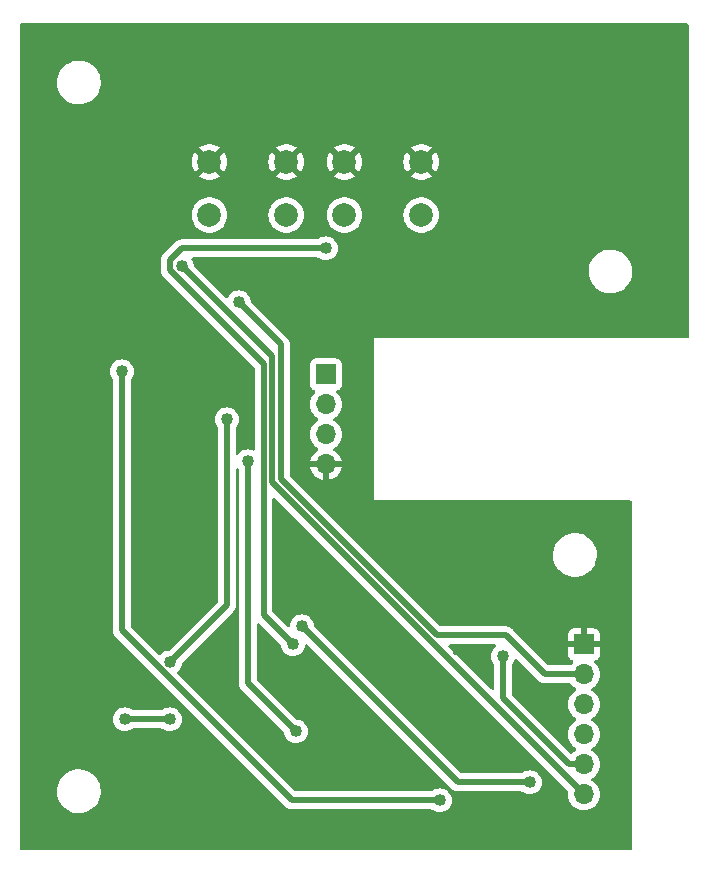
<source format=gbr>
%TF.GenerationSoftware,KiCad,Pcbnew,7.0.10*%
%TF.CreationDate,2024-03-01T12:14:43-06:00*%
%TF.ProjectId,ESP32,45535033-322e-46b6-9963-61645f706362,rev?*%
%TF.SameCoordinates,Original*%
%TF.FileFunction,Copper,L2,Bot*%
%TF.FilePolarity,Positive*%
%FSLAX46Y46*%
G04 Gerber Fmt 4.6, Leading zero omitted, Abs format (unit mm)*
G04 Created by KiCad (PCBNEW 7.0.10) date 2024-03-01 12:14:43*
%MOMM*%
%LPD*%
G01*
G04 APERTURE LIST*
%TA.AperFunction,ComponentPad*%
%ADD10R,1.700000X1.700000*%
%TD*%
%TA.AperFunction,ComponentPad*%
%ADD11O,1.700000X1.700000*%
%TD*%
%TA.AperFunction,ComponentPad*%
%ADD12C,2.000000*%
%TD*%
%TA.AperFunction,ViaPad*%
%ADD13C,1.016000*%
%TD*%
%TA.AperFunction,Conductor*%
%ADD14C,0.508000*%
%TD*%
G04 APERTURE END LIST*
D10*
%TO.P,USB_UART1,1,Pin_1*%
%TO.N,GND*%
X119888000Y-90170000D03*
D11*
%TO.P,USB_UART1,2,Pin_2*%
%TO.N,/RTS*%
X119888000Y-92710000D03*
%TO.P,USB_UART1,3,Pin_3*%
%TO.N,unconnected-(USB_UART1-Pin_3-Pad3)*%
X119888000Y-95250000D03*
%TO.P,USB_UART1,4,Pin_4*%
%TO.N,/RX*%
X119888000Y-97790000D03*
%TO.P,USB_UART1,5,Pin_5*%
%TO.N,/TX*%
X119888000Y-100330000D03*
%TO.P,USB_UART1,6,Pin_6*%
%TO.N,/DTR*%
X119888000Y-102870000D03*
%TD*%
D12*
%TO.P,SW2,1,1*%
%TO.N,GND*%
X88190000Y-49312000D03*
X94690000Y-49312000D03*
%TO.P,SW2,2,2*%
%TO.N,/GPIO0_STRAPPING*%
X88190000Y-53812000D03*
X94690000Y-53812000D03*
%TD*%
%TO.P,SW1,1,1*%
%TO.N,GND*%
X99620000Y-49312000D03*
X106120000Y-49312000D03*
%TO.P,SW1,2,2*%
%TO.N,/CHIP_PU*%
X99620000Y-53812000D03*
X106120000Y-53812000D03*
%TD*%
D10*
%TO.P,Nextion1,1,Pin_1*%
%TO.N,+5V*%
X98044000Y-67310000D03*
D11*
%TO.P,Nextion1,2,Pin_2*%
%TO.N,/LCD_TX*%
X98044000Y-69850000D03*
%TO.P,Nextion1,3,Pin_3*%
%TO.N,Net-(Nextion1-Pin_3)*%
X98044000Y-72390000D03*
%TO.P,Nextion1,4,Pin_4*%
%TO.N,GND*%
X98044000Y-74930000D03*
%TD*%
D13*
%TO.N,/CHIP_PU*%
X95250000Y-90170000D03*
X98044000Y-56642000D03*
%TO.N,GND*%
X84074000Y-51816000D03*
X85090000Y-103886000D03*
X115062000Y-59944000D03*
X106172000Y-46736000D03*
X116586000Y-96266000D03*
X121666000Y-50546000D03*
X100838000Y-88900000D03*
X85344000Y-67310000D03*
X84836000Y-43180000D03*
X85090000Y-89154000D03*
X95250000Y-46736000D03*
X84074000Y-81534000D03*
X77216000Y-85852000D03*
X102870000Y-100330000D03*
X109220000Y-90678000D03*
X75946000Y-67310000D03*
X96012000Y-94488000D03*
X107442000Y-94996000D03*
X91440000Y-101854000D03*
X103378000Y-59182000D03*
X98806000Y-60452000D03*
X89408000Y-94234000D03*
X75438000Y-93980000D03*
X116586000Y-88138000D03*
X110236000Y-82042000D03*
X121666000Y-40640000D03*
X85852000Y-98552000D03*
X75184000Y-55880000D03*
X102362000Y-38862000D03*
X118110000Y-105410000D03*
%TO.N,/GPIO0_STRAPPING*%
X107696000Y-103378000D03*
X80772000Y-67056000D03*
%TO.N,+3V3*%
X115316000Y-101854000D03*
X96012000Y-88646000D03*
%TO.N,Net-(JP1-C)*%
X81026000Y-96520000D03*
X84836000Y-96520000D03*
%TO.N,/RTS*%
X90678000Y-61214000D03*
%TO.N,Net-(Q1-C)*%
X84836000Y-91694000D03*
X89662000Y-71120000D03*
%TO.N,/DTR*%
X85852000Y-58166000D03*
%TO.N,/LCD_RX*%
X95504000Y-97536000D03*
X91440000Y-74676000D03*
%TO.N,/TX*%
X113030000Y-91186000D03*
%TD*%
D14*
%TO.N,/CHIP_PU*%
X85852000Y-56642000D02*
X98044000Y-56642000D01*
X92764000Y-87684000D02*
X92764000Y-66438474D01*
X92764000Y-66438474D02*
X84836000Y-58510474D01*
X95250000Y-90170000D02*
X92764000Y-87684000D01*
X84836000Y-57658000D02*
X85852000Y-56642000D01*
X84836000Y-58510474D02*
X84836000Y-57658000D01*
%TO.N,/GPIO0_STRAPPING*%
X80772000Y-67056000D02*
X80772000Y-88990474D01*
X80772000Y-88990474D02*
X95159526Y-103378000D01*
X95159526Y-103378000D02*
X107696000Y-103378000D01*
%TO.N,+3V3*%
X109220000Y-101854000D02*
X96012000Y-88646000D01*
X115316000Y-101854000D02*
X109220000Y-101854000D01*
%TO.N,Net-(JP1-C)*%
X81026000Y-96520000D02*
X84836000Y-96520000D01*
%TO.N,/RTS*%
X113284000Y-89408000D02*
X107442000Y-89408000D01*
X94234000Y-64770000D02*
X90678000Y-61214000D01*
X94234000Y-76200000D02*
X94234000Y-64770000D01*
X119888000Y-92710000D02*
X116586000Y-92710000D01*
X107442000Y-89408000D02*
X94234000Y-76200000D01*
X116586000Y-92710000D02*
X113284000Y-89408000D01*
%TO.N,Net-(Q1-C)*%
X89662000Y-86868000D02*
X84836000Y-91694000D01*
X89662000Y-71120000D02*
X89662000Y-86868000D01*
%TO.N,/DTR*%
X93472000Y-65786000D02*
X85852000Y-58166000D01*
X119888000Y-102870000D02*
X93472000Y-76454000D01*
X93472000Y-76454000D02*
X93472000Y-65786000D01*
%TO.N,/LCD_RX*%
X95504000Y-97536000D02*
X91440000Y-93472000D01*
X91440000Y-93472000D02*
X91440000Y-74676000D01*
%TO.N,/TX*%
X113030000Y-94742000D02*
X113030000Y-91186000D01*
X118618000Y-100330000D02*
X113030000Y-94742000D01*
X119888000Y-100330000D02*
X118618000Y-100330000D01*
%TD*%
%TA.AperFunction,Conductor*%
%TO.N,GND*%
G36*
X114174310Y-91375850D02*
G01*
X114209475Y-91400499D01*
X116007234Y-93198258D01*
X116019015Y-93211890D01*
X116033461Y-93231294D01*
X116071638Y-93263328D01*
X116079614Y-93270638D01*
X116083554Y-93274579D01*
X116108010Y-93293916D01*
X116110807Y-93296195D01*
X116168572Y-93344667D01*
X116174609Y-93348637D01*
X116174579Y-93348682D01*
X116181038Y-93352796D01*
X116181067Y-93352750D01*
X116187207Y-93356537D01*
X116187209Y-93356539D01*
X116255557Y-93388410D01*
X116258775Y-93389968D01*
X116312669Y-93417034D01*
X116326189Y-93423824D01*
X116326191Y-93423824D01*
X116332979Y-93426295D01*
X116332960Y-93426347D01*
X116340188Y-93428859D01*
X116340206Y-93428808D01*
X116347055Y-93431077D01*
X116347056Y-93431077D01*
X116347060Y-93431079D01*
X116420972Y-93446339D01*
X116424419Y-93447104D01*
X116497812Y-93464500D01*
X116497813Y-93464500D01*
X116497817Y-93464501D01*
X116504985Y-93465339D01*
X116504978Y-93465392D01*
X116512594Y-93466170D01*
X116512599Y-93466117D01*
X116519788Y-93466746D01*
X116519792Y-93466745D01*
X116519793Y-93466746D01*
X116595179Y-93464551D01*
X116598786Y-93464500D01*
X118703099Y-93464500D01*
X118770138Y-93484185D01*
X118804674Y-93517376D01*
X118849505Y-93581401D01*
X118849506Y-93581402D01*
X119016597Y-93748493D01*
X119016603Y-93748498D01*
X119202158Y-93878425D01*
X119245783Y-93933002D01*
X119252977Y-94002500D01*
X119221454Y-94064855D01*
X119202158Y-94081575D01*
X119016597Y-94211505D01*
X118849505Y-94378597D01*
X118713965Y-94572169D01*
X118713964Y-94572171D01*
X118614098Y-94786335D01*
X118614094Y-94786344D01*
X118552938Y-95014586D01*
X118552936Y-95014596D01*
X118532341Y-95249999D01*
X118532341Y-95250000D01*
X118552936Y-95485403D01*
X118552938Y-95485413D01*
X118614094Y-95713655D01*
X118614096Y-95713659D01*
X118614097Y-95713663D01*
X118638269Y-95765500D01*
X118713965Y-95927830D01*
X118713967Y-95927834D01*
X118849501Y-96121395D01*
X118849506Y-96121402D01*
X119016597Y-96288493D01*
X119016603Y-96288498D01*
X119202158Y-96418425D01*
X119245783Y-96473002D01*
X119252977Y-96542500D01*
X119221454Y-96604855D01*
X119202158Y-96621575D01*
X119016597Y-96751505D01*
X118849505Y-96918597D01*
X118713965Y-97112169D01*
X118713964Y-97112171D01*
X118614098Y-97326335D01*
X118614094Y-97326344D01*
X118552938Y-97554586D01*
X118552936Y-97554596D01*
X118532341Y-97789999D01*
X118532341Y-97790000D01*
X118552936Y-98025403D01*
X118552938Y-98025413D01*
X118614094Y-98253655D01*
X118614096Y-98253659D01*
X118614097Y-98253663D01*
X118713965Y-98467830D01*
X118713967Y-98467834D01*
X118849501Y-98661395D01*
X118849506Y-98661402D01*
X119016597Y-98828493D01*
X119016603Y-98828498D01*
X119202158Y-98958425D01*
X119245783Y-99013002D01*
X119252977Y-99082500D01*
X119221454Y-99144855D01*
X119202158Y-99161575D01*
X119016600Y-99291503D01*
X118919244Y-99388859D01*
X118857920Y-99422343D01*
X118788229Y-99417359D01*
X118743882Y-99388858D01*
X113820819Y-94465795D01*
X113787334Y-94404472D01*
X113784500Y-94378114D01*
X113784500Y-91900715D01*
X113804185Y-91833676D01*
X113812639Y-91822058D01*
X113872595Y-91749004D01*
X113966241Y-91573804D01*
X114003134Y-91452183D01*
X114041431Y-91393746D01*
X114105243Y-91365290D01*
X114174310Y-91375850D01*
G37*
%TD.AperFunction*%
%TA.AperFunction,Conductor*%
G36*
X112407911Y-90182185D02*
G01*
X112453666Y-90234989D01*
X112463610Y-90304147D01*
X112434585Y-90367703D01*
X112419537Y-90382353D01*
X112313431Y-90469431D01*
X112187405Y-90622994D01*
X112187401Y-90623001D01*
X112093760Y-90798191D01*
X112036091Y-90988300D01*
X112016620Y-91186000D01*
X112036091Y-91383699D01*
X112093760Y-91573808D01*
X112187401Y-91748998D01*
X112187402Y-91748999D01*
X112187405Y-91749004D01*
X112247353Y-91822051D01*
X112274666Y-91886359D01*
X112275500Y-91900715D01*
X112275500Y-93891114D01*
X112255815Y-93958153D01*
X112203011Y-94003908D01*
X112133853Y-94013852D01*
X112070297Y-93984827D01*
X112063819Y-93978795D01*
X108459205Y-90374181D01*
X108425720Y-90312858D01*
X108430704Y-90243166D01*
X108472576Y-90187233D01*
X108538040Y-90162816D01*
X108546886Y-90162500D01*
X112340872Y-90162500D01*
X112407911Y-90182185D01*
G37*
%TD.AperFunction*%
%TA.AperFunction,Conductor*%
G36*
X128692539Y-37612185D02*
G01*
X128738294Y-37664989D01*
X128749500Y-37716500D01*
X128749500Y-64137500D01*
X128729815Y-64204539D01*
X128677011Y-64250294D01*
X128625500Y-64261500D01*
X102132760Y-64261500D01*
X102132554Y-64261459D01*
X102107998Y-64261459D01*
X102107807Y-64261538D01*
X102107619Y-64261615D01*
X102107615Y-64261618D01*
X102107459Y-64261999D01*
X102107476Y-64286616D01*
X102107471Y-64286616D01*
X102107500Y-64286759D01*
X102107500Y-77953467D01*
X102107416Y-77953889D01*
X102107459Y-77978000D01*
X102107500Y-77978099D01*
X102107617Y-77978383D01*
X102107618Y-77978384D01*
X102107808Y-77978462D01*
X102108000Y-77978541D01*
X102108002Y-77978539D01*
X102132616Y-77978524D01*
X102132616Y-77978528D01*
X102132760Y-77978500D01*
X123827500Y-77978500D01*
X123894539Y-77998185D01*
X123940294Y-78050989D01*
X123951500Y-78102500D01*
X123951500Y-107467500D01*
X123931815Y-107534539D01*
X123879011Y-107580294D01*
X123827500Y-107591500D01*
X72260500Y-107591500D01*
X72193461Y-107571815D01*
X72147706Y-107519011D01*
X72136500Y-107467500D01*
X72136500Y-102659763D01*
X75281787Y-102659763D01*
X75311413Y-102929013D01*
X75311415Y-102929024D01*
X75379926Y-103191082D01*
X75379928Y-103191088D01*
X75485870Y-103440390D01*
X75626979Y-103671605D01*
X75626986Y-103671615D01*
X75800253Y-103879819D01*
X75800259Y-103879824D01*
X75952950Y-104016635D01*
X76001998Y-104060582D01*
X76227910Y-104210044D01*
X76473176Y-104325020D01*
X76473183Y-104325022D01*
X76473185Y-104325023D01*
X76732557Y-104403057D01*
X76732564Y-104403058D01*
X76732569Y-104403060D01*
X77000561Y-104442500D01*
X77000566Y-104442500D01*
X77203629Y-104442500D01*
X77203631Y-104442500D01*
X77203636Y-104442499D01*
X77203648Y-104442499D01*
X77241191Y-104439750D01*
X77406156Y-104427677D01*
X77518758Y-104402593D01*
X77670546Y-104368782D01*
X77670548Y-104368781D01*
X77670553Y-104368780D01*
X77923558Y-104272014D01*
X78159777Y-104139441D01*
X78374177Y-103973888D01*
X78562186Y-103778881D01*
X78719799Y-103558579D01*
X78835436Y-103333664D01*
X78843649Y-103317690D01*
X78843651Y-103317684D01*
X78843656Y-103317675D01*
X78931118Y-103061305D01*
X78980319Y-102794933D01*
X78990212Y-102524235D01*
X78960586Y-102254982D01*
X78892072Y-101992912D01*
X78786130Y-101743610D01*
X78645018Y-101512390D01*
X78555747Y-101405119D01*
X78471746Y-101304180D01*
X78471740Y-101304175D01*
X78270002Y-101123418D01*
X78044092Y-100973957D01*
X78044090Y-100973956D01*
X77798824Y-100858980D01*
X77798819Y-100858978D01*
X77798814Y-100858976D01*
X77539442Y-100780942D01*
X77539428Y-100780939D01*
X77423791Y-100763921D01*
X77271439Y-100741500D01*
X77068369Y-100741500D01*
X77068351Y-100741500D01*
X76865844Y-100756323D01*
X76865831Y-100756325D01*
X76601453Y-100815217D01*
X76601446Y-100815220D01*
X76348439Y-100911987D01*
X76112226Y-101044557D01*
X76112224Y-101044558D01*
X76112223Y-101044559D01*
X76066565Y-101079815D01*
X75897822Y-101210112D01*
X75709822Y-101405109D01*
X75709816Y-101405116D01*
X75552202Y-101625419D01*
X75552199Y-101625424D01*
X75428350Y-101866309D01*
X75428343Y-101866327D01*
X75340884Y-102122685D01*
X75340881Y-102122699D01*
X75291681Y-102389068D01*
X75291680Y-102389075D01*
X75281787Y-102659763D01*
X72136500Y-102659763D01*
X72136500Y-96520000D01*
X80012620Y-96520000D01*
X80032091Y-96717699D01*
X80089760Y-96907808D01*
X80183401Y-97082998D01*
X80183405Y-97083005D01*
X80309431Y-97236568D01*
X80462994Y-97362594D01*
X80463001Y-97362598D01*
X80638191Y-97456239D01*
X80638193Y-97456239D01*
X80638196Y-97456241D01*
X80828299Y-97513908D01*
X80828298Y-97513908D01*
X80846024Y-97515653D01*
X81026000Y-97533380D01*
X81223701Y-97513908D01*
X81413804Y-97456241D01*
X81589004Y-97362595D01*
X81633176Y-97326344D01*
X81662051Y-97302647D01*
X81726361Y-97275334D01*
X81740716Y-97274500D01*
X84121284Y-97274500D01*
X84188323Y-97294185D01*
X84199949Y-97302647D01*
X84272994Y-97362594D01*
X84273001Y-97362598D01*
X84448191Y-97456239D01*
X84448193Y-97456239D01*
X84448196Y-97456241D01*
X84638299Y-97513908D01*
X84638298Y-97513908D01*
X84656024Y-97515653D01*
X84836000Y-97533380D01*
X85033701Y-97513908D01*
X85223804Y-97456241D01*
X85399004Y-97362595D01*
X85552568Y-97236568D01*
X85678595Y-97083004D01*
X85772241Y-96907804D01*
X85829908Y-96717701D01*
X85849380Y-96520000D01*
X85829908Y-96322299D01*
X85772241Y-96132196D01*
X85772239Y-96132193D01*
X85772239Y-96132191D01*
X85678598Y-95957001D01*
X85678594Y-95956994D01*
X85552568Y-95803431D01*
X85399005Y-95677405D01*
X85398998Y-95677401D01*
X85223808Y-95583760D01*
X85128752Y-95554925D01*
X85033701Y-95526092D01*
X85033699Y-95526091D01*
X85033701Y-95526091D01*
X84836000Y-95506620D01*
X84638300Y-95526091D01*
X84448191Y-95583760D01*
X84273001Y-95677401D01*
X84272994Y-95677405D01*
X84199949Y-95737353D01*
X84135639Y-95764666D01*
X84121284Y-95765500D01*
X81740716Y-95765500D01*
X81673677Y-95745815D01*
X81662051Y-95737353D01*
X81589005Y-95677405D01*
X81588998Y-95677401D01*
X81413808Y-95583760D01*
X81318752Y-95554925D01*
X81223701Y-95526092D01*
X81223699Y-95526091D01*
X81223701Y-95526091D01*
X81026000Y-95506620D01*
X80828300Y-95526091D01*
X80638191Y-95583760D01*
X80463001Y-95677401D01*
X80462994Y-95677405D01*
X80309431Y-95803431D01*
X80183405Y-95956994D01*
X80183401Y-95957001D01*
X80089760Y-96132191D01*
X80032091Y-96322300D01*
X80012620Y-96520000D01*
X72136500Y-96520000D01*
X72136500Y-67056000D01*
X79758620Y-67056000D01*
X79778091Y-67253699D01*
X79835760Y-67443808D01*
X79929401Y-67618998D01*
X79929402Y-67618999D01*
X79929405Y-67619004D01*
X79989353Y-67692051D01*
X80016666Y-67756359D01*
X80017500Y-67770715D01*
X80017500Y-88926474D01*
X80016191Y-88944443D01*
X80012684Y-88968382D01*
X80017028Y-89018019D01*
X80017500Y-89028828D01*
X80017500Y-89034420D01*
X80021116Y-89065359D01*
X80021482Y-89068944D01*
X80028056Y-89144084D01*
X80029516Y-89151151D01*
X80029464Y-89151161D01*
X80031123Y-89158641D01*
X80031174Y-89158629D01*
X80032840Y-89165659D01*
X80058621Y-89236494D01*
X80059804Y-89239897D01*
X80083533Y-89311503D01*
X80086586Y-89318049D01*
X80086536Y-89318072D01*
X80089876Y-89324971D01*
X80089925Y-89324947D01*
X80093167Y-89331404D01*
X80134613Y-89394420D01*
X80136550Y-89397460D01*
X80176131Y-89461630D01*
X80180611Y-89467296D01*
X80180569Y-89467329D01*
X80185401Y-89473260D01*
X80185443Y-89473226D01*
X80190088Y-89478762D01*
X80244938Y-89530510D01*
X80247525Y-89533023D01*
X94580760Y-103866258D01*
X94592542Y-103879891D01*
X94606987Y-103899294D01*
X94645160Y-103931325D01*
X94653135Y-103938633D01*
X94657083Y-103942581D01*
X94657091Y-103942588D01*
X94681534Y-103961917D01*
X94684326Y-103964191D01*
X94742095Y-104012664D01*
X94742099Y-104012667D01*
X94742101Y-104012668D01*
X94748133Y-104016635D01*
X94748102Y-104016680D01*
X94754564Y-104020797D01*
X94754593Y-104020751D01*
X94760729Y-104024536D01*
X94760731Y-104024537D01*
X94760734Y-104024539D01*
X94829123Y-104056429D01*
X94832305Y-104057969D01*
X94899715Y-104091824D01*
X94899720Y-104091825D01*
X94906505Y-104094295D01*
X94906486Y-104094347D01*
X94913714Y-104096859D01*
X94913732Y-104096808D01*
X94920582Y-104099078D01*
X94920585Y-104099078D01*
X94920586Y-104099079D01*
X94994519Y-104114344D01*
X94997880Y-104115089D01*
X95071338Y-104132500D01*
X95071344Y-104132500D01*
X95078511Y-104133338D01*
X95078504Y-104133391D01*
X95086121Y-104134169D01*
X95086126Y-104134116D01*
X95093315Y-104134745D01*
X95093318Y-104134744D01*
X95093319Y-104134745D01*
X95152593Y-104133020D01*
X95168687Y-104132552D01*
X95172293Y-104132500D01*
X106981284Y-104132500D01*
X107048323Y-104152185D01*
X107059949Y-104160647D01*
X107132994Y-104220594D01*
X107133001Y-104220598D01*
X107308191Y-104314239D01*
X107308193Y-104314239D01*
X107308196Y-104314241D01*
X107498299Y-104371908D01*
X107498298Y-104371908D01*
X107516024Y-104373653D01*
X107696000Y-104391380D01*
X107893701Y-104371908D01*
X108083804Y-104314241D01*
X108259004Y-104220595D01*
X108412568Y-104094568D01*
X108538595Y-103941004D01*
X108594782Y-103835884D01*
X108632239Y-103765808D01*
X108632239Y-103765807D01*
X108632241Y-103765804D01*
X108689908Y-103575701D01*
X108709380Y-103378000D01*
X108689908Y-103180299D01*
X108632241Y-102990196D01*
X108632239Y-102990193D01*
X108632239Y-102990191D01*
X108538598Y-102815001D01*
X108538594Y-102814994D01*
X108412568Y-102661431D01*
X108259005Y-102535405D01*
X108258998Y-102535401D01*
X108083808Y-102441760D01*
X107967026Y-102406335D01*
X107893701Y-102384092D01*
X107893699Y-102384091D01*
X107893701Y-102384091D01*
X107696000Y-102364620D01*
X107498300Y-102384091D01*
X107308191Y-102441760D01*
X107133001Y-102535401D01*
X107132994Y-102535405D01*
X107059949Y-102595353D01*
X106995639Y-102622666D01*
X106981284Y-102623500D01*
X95523412Y-102623500D01*
X95456373Y-102603815D01*
X95435731Y-102587181D01*
X85488133Y-92639583D01*
X85454648Y-92578260D01*
X85459632Y-92508568D01*
X85497149Y-92456049D01*
X85552568Y-92410568D01*
X85678595Y-92257004D01*
X85772241Y-92081804D01*
X85829908Y-91891701D01*
X85839170Y-91797657D01*
X85865330Y-91732870D01*
X85874883Y-91722139D01*
X90150264Y-87446758D01*
X90163883Y-87434988D01*
X90183294Y-87420539D01*
X90215334Y-87382354D01*
X90222623Y-87374399D01*
X90226583Y-87370441D01*
X90245927Y-87345974D01*
X90248161Y-87343232D01*
X90296667Y-87285427D01*
X90296671Y-87285418D01*
X90300637Y-87279390D01*
X90300683Y-87279420D01*
X90304795Y-87272965D01*
X90304748Y-87272936D01*
X90308532Y-87266799D01*
X90308539Y-87266791D01*
X90340417Y-87198428D01*
X90341972Y-87195214D01*
X90375824Y-87127811D01*
X90375826Y-87127798D01*
X90378293Y-87121024D01*
X90378346Y-87121043D01*
X90380858Y-87113815D01*
X90380807Y-87113798D01*
X90383077Y-87106945D01*
X90383077Y-87106943D01*
X90383079Y-87106940D01*
X90398345Y-87033001D01*
X90399097Y-87029610D01*
X90416500Y-86956188D01*
X90416500Y-86956181D01*
X90417338Y-86949015D01*
X90417392Y-86949021D01*
X90418170Y-86941405D01*
X90418117Y-86941401D01*
X90418746Y-86934210D01*
X90416552Y-86858804D01*
X90416500Y-86855198D01*
X90416500Y-75365127D01*
X90436185Y-75298088D01*
X90488989Y-75252333D01*
X90558147Y-75242389D01*
X90621703Y-75271414D01*
X90636352Y-75286461D01*
X90657352Y-75312049D01*
X90684666Y-75376359D01*
X90685500Y-75390715D01*
X90685500Y-93408000D01*
X90684191Y-93425969D01*
X90680684Y-93449908D01*
X90685028Y-93499545D01*
X90685500Y-93510354D01*
X90685500Y-93515946D01*
X90689116Y-93546885D01*
X90689482Y-93550470D01*
X90696056Y-93625610D01*
X90697516Y-93632677D01*
X90697464Y-93632687D01*
X90699123Y-93640167D01*
X90699174Y-93640155D01*
X90700840Y-93647185D01*
X90726621Y-93718020D01*
X90727804Y-93721423D01*
X90751533Y-93793029D01*
X90754586Y-93799575D01*
X90754536Y-93799598D01*
X90757876Y-93806497D01*
X90757925Y-93806473D01*
X90761167Y-93812930D01*
X90802613Y-93875946D01*
X90804550Y-93878986D01*
X90844131Y-93943156D01*
X90848611Y-93948822D01*
X90848569Y-93948855D01*
X90853401Y-93954786D01*
X90853443Y-93954752D01*
X90858088Y-93960288D01*
X90912938Y-94012036D01*
X90915525Y-94014549D01*
X94465106Y-97564130D01*
X94498591Y-97625453D01*
X94500828Y-97639655D01*
X94510091Y-97733699D01*
X94567760Y-97923808D01*
X94661401Y-98098998D01*
X94661405Y-98099005D01*
X94787431Y-98252568D01*
X94940994Y-98378594D01*
X94941001Y-98378598D01*
X95116191Y-98472239D01*
X95116193Y-98472239D01*
X95116196Y-98472241D01*
X95306299Y-98529908D01*
X95306298Y-98529908D01*
X95324024Y-98531653D01*
X95504000Y-98549380D01*
X95701701Y-98529908D01*
X95891804Y-98472241D01*
X95900057Y-98467830D01*
X96066998Y-98378598D01*
X96067004Y-98378595D01*
X96220568Y-98252568D01*
X96346595Y-98099004D01*
X96440241Y-97923804D01*
X96497908Y-97733701D01*
X96517380Y-97536000D01*
X96497908Y-97338299D01*
X96440241Y-97148196D01*
X96440239Y-97148193D01*
X96440239Y-97148191D01*
X96346598Y-96973001D01*
X96346594Y-96972994D01*
X96220568Y-96819431D01*
X96067005Y-96693405D01*
X96066998Y-96693401D01*
X95891808Y-96599760D01*
X95701699Y-96542091D01*
X95607655Y-96532828D01*
X95542868Y-96506666D01*
X95532130Y-96497106D01*
X92230819Y-93195795D01*
X92197334Y-93134472D01*
X92194500Y-93108114D01*
X92194500Y-88480886D01*
X92214185Y-88413847D01*
X92266989Y-88368092D01*
X92336147Y-88358148D01*
X92399703Y-88387173D01*
X92406181Y-88393205D01*
X94211106Y-90198130D01*
X94244591Y-90259453D01*
X94246828Y-90273655D01*
X94256091Y-90367699D01*
X94313760Y-90557808D01*
X94407401Y-90732998D01*
X94407405Y-90733005D01*
X94533431Y-90886568D01*
X94686994Y-91012594D01*
X94687001Y-91012598D01*
X94862191Y-91106239D01*
X94862193Y-91106239D01*
X94862196Y-91106241D01*
X95052299Y-91163908D01*
X95052298Y-91163908D01*
X95070024Y-91165653D01*
X95250000Y-91183380D01*
X95447701Y-91163908D01*
X95637804Y-91106241D01*
X95813004Y-91012595D01*
X95966568Y-90886568D01*
X96092595Y-90733004D01*
X96186241Y-90557804D01*
X96243908Y-90367701D01*
X96256116Y-90243750D01*
X96282277Y-90178964D01*
X96339311Y-90138605D01*
X96409111Y-90135488D01*
X96467200Y-90168224D01*
X108641234Y-102342258D01*
X108653015Y-102355890D01*
X108667461Y-102375294D01*
X108705638Y-102407328D01*
X108713614Y-102414638D01*
X108717554Y-102418579D01*
X108742010Y-102437916D01*
X108744807Y-102440195D01*
X108802572Y-102488667D01*
X108808609Y-102492637D01*
X108808579Y-102492682D01*
X108815038Y-102496796D01*
X108815067Y-102496750D01*
X108821207Y-102500537D01*
X108821209Y-102500539D01*
X108889557Y-102532410D01*
X108892775Y-102533968D01*
X108951975Y-102563699D01*
X108960189Y-102567824D01*
X108960191Y-102567824D01*
X108966979Y-102570295D01*
X108966960Y-102570347D01*
X108974185Y-102572858D01*
X108974203Y-102572807D01*
X108981055Y-102575077D01*
X108981056Y-102575077D01*
X108981060Y-102575079D01*
X109055003Y-102590346D01*
X109058410Y-102591102D01*
X109131812Y-102608500D01*
X109131815Y-102608500D01*
X109138986Y-102609339D01*
X109138979Y-102609392D01*
X109146594Y-102610170D01*
X109146599Y-102610117D01*
X109153789Y-102610746D01*
X109153793Y-102610745D01*
X109153794Y-102610746D01*
X109215827Y-102608940D01*
X109229196Y-102608552D01*
X109232802Y-102608500D01*
X114601284Y-102608500D01*
X114668323Y-102628185D01*
X114679949Y-102636647D01*
X114752994Y-102696594D01*
X114753001Y-102696598D01*
X114928191Y-102790239D01*
X114928193Y-102790239D01*
X114928196Y-102790241D01*
X115118299Y-102847908D01*
X115118298Y-102847908D01*
X115136024Y-102849653D01*
X115316000Y-102867380D01*
X115513701Y-102847908D01*
X115703804Y-102790241D01*
X115879004Y-102696595D01*
X116032568Y-102570568D01*
X116158595Y-102417004D01*
X116252241Y-102241804D01*
X116309908Y-102051701D01*
X116329380Y-101854000D01*
X116309908Y-101656299D01*
X116252241Y-101466196D01*
X116252239Y-101466193D01*
X116252239Y-101466191D01*
X116158598Y-101291001D01*
X116158594Y-101290994D01*
X116032568Y-101137431D01*
X115879005Y-101011405D01*
X115878998Y-101011401D01*
X115703808Y-100917760D01*
X115608752Y-100888925D01*
X115513701Y-100860092D01*
X115513699Y-100860091D01*
X115513701Y-100860091D01*
X115316000Y-100840620D01*
X115118300Y-100860091D01*
X114928191Y-100917760D01*
X114753001Y-101011401D01*
X114752994Y-101011405D01*
X114679949Y-101071353D01*
X114615639Y-101098666D01*
X114601284Y-101099500D01*
X109583887Y-101099500D01*
X109516848Y-101079815D01*
X109496206Y-101063181D01*
X97050892Y-88617868D01*
X97017407Y-88556545D01*
X97015170Y-88542341D01*
X97009117Y-88480886D01*
X97005908Y-88448299D01*
X96948241Y-88258196D01*
X96948239Y-88258193D01*
X96948239Y-88258191D01*
X96854598Y-88083001D01*
X96854594Y-88082994D01*
X96728568Y-87929431D01*
X96575005Y-87803405D01*
X96574998Y-87803401D01*
X96399808Y-87709760D01*
X96304752Y-87680925D01*
X96209701Y-87652092D01*
X96209699Y-87652091D01*
X96209701Y-87652091D01*
X96012000Y-87632620D01*
X95814300Y-87652091D01*
X95624191Y-87709760D01*
X95449001Y-87803401D01*
X95448994Y-87803405D01*
X95295431Y-87929431D01*
X95169405Y-88082994D01*
X95169401Y-88083001D01*
X95075760Y-88258191D01*
X95018091Y-88448300D01*
X95005883Y-88572249D01*
X94979722Y-88637036D01*
X94922687Y-88677395D01*
X94852887Y-88680511D01*
X94794799Y-88647775D01*
X93554819Y-87407795D01*
X93521334Y-87346472D01*
X93518500Y-87320114D01*
X93518500Y-77866886D01*
X93538185Y-77799847D01*
X93590989Y-77754092D01*
X93660147Y-77744148D01*
X93723703Y-77773173D01*
X93730181Y-77779205D01*
X118514675Y-102563699D01*
X118548160Y-102625022D01*
X118550522Y-102662187D01*
X118532341Y-102869997D01*
X118532341Y-102870000D01*
X118552936Y-103105403D01*
X118552938Y-103105413D01*
X118614094Y-103333655D01*
X118614096Y-103333659D01*
X118614097Y-103333663D01*
X118663865Y-103440390D01*
X118713965Y-103547830D01*
X118713967Y-103547834D01*
X118800633Y-103671605D01*
X118849505Y-103741401D01*
X119016599Y-103908495D01*
X119096141Y-103964191D01*
X119210165Y-104044032D01*
X119210167Y-104044033D01*
X119210170Y-104044035D01*
X119424337Y-104143903D01*
X119652592Y-104205063D01*
X119830108Y-104220594D01*
X119887999Y-104225659D01*
X119888000Y-104225659D01*
X119888001Y-104225659D01*
X119945880Y-104220595D01*
X120123408Y-104205063D01*
X120351663Y-104143903D01*
X120565830Y-104044035D01*
X120759401Y-103908495D01*
X120926495Y-103741401D01*
X121062035Y-103547830D01*
X121161903Y-103333663D01*
X121223063Y-103105408D01*
X121243659Y-102870000D01*
X121223063Y-102634592D01*
X121170662Y-102439027D01*
X121161905Y-102406344D01*
X121161904Y-102406343D01*
X121161903Y-102406337D01*
X121062035Y-102192171D01*
X121013391Y-102122699D01*
X120926494Y-101998597D01*
X120759402Y-101831506D01*
X120759396Y-101831501D01*
X120573842Y-101701575D01*
X120530217Y-101646998D01*
X120523023Y-101577500D01*
X120554546Y-101515145D01*
X120573842Y-101498425D01*
X120619877Y-101466191D01*
X120759401Y-101368495D01*
X120926495Y-101201401D01*
X121062035Y-101007830D01*
X121161903Y-100793663D01*
X121223063Y-100565408D01*
X121243659Y-100330000D01*
X121223063Y-100094592D01*
X121161903Y-99866337D01*
X121062035Y-99652171D01*
X120941273Y-99479703D01*
X120926494Y-99458597D01*
X120759402Y-99291506D01*
X120759396Y-99291501D01*
X120573842Y-99161575D01*
X120530217Y-99106998D01*
X120523023Y-99037500D01*
X120554546Y-98975145D01*
X120573842Y-98958425D01*
X120596026Y-98942891D01*
X120759401Y-98828495D01*
X120926495Y-98661401D01*
X121062035Y-98467830D01*
X121161903Y-98253663D01*
X121223063Y-98025408D01*
X121243659Y-97790000D01*
X121223063Y-97554592D01*
X121171618Y-97362594D01*
X121161905Y-97326344D01*
X121161904Y-97326343D01*
X121161903Y-97326337D01*
X121062035Y-97112171D01*
X121041613Y-97083004D01*
X120926494Y-96918597D01*
X120759402Y-96751506D01*
X120759396Y-96751501D01*
X120573842Y-96621575D01*
X120530217Y-96566998D01*
X120523023Y-96497500D01*
X120554546Y-96435145D01*
X120573842Y-96418425D01*
X120596026Y-96402891D01*
X120759401Y-96288495D01*
X120926495Y-96121401D01*
X121062035Y-95927830D01*
X121161903Y-95713663D01*
X121223063Y-95485408D01*
X121243659Y-95250000D01*
X121223063Y-95014592D01*
X121161903Y-94786337D01*
X121062035Y-94572171D01*
X120962120Y-94429476D01*
X120926494Y-94378597D01*
X120759402Y-94211506D01*
X120759396Y-94211501D01*
X120573842Y-94081575D01*
X120530217Y-94026998D01*
X120523023Y-93957500D01*
X120554546Y-93895145D01*
X120573842Y-93878425D01*
X120667387Y-93812924D01*
X120759401Y-93748495D01*
X120926495Y-93581401D01*
X121062035Y-93387830D01*
X121161903Y-93173663D01*
X121223063Y-92945408D01*
X121243659Y-92710000D01*
X121223063Y-92474592D01*
X121176626Y-92301285D01*
X121161905Y-92246344D01*
X121161904Y-92246343D01*
X121161903Y-92246337D01*
X121062035Y-92032171D01*
X120963677Y-91891701D01*
X120926496Y-91838600D01*
X120885554Y-91797658D01*
X120804179Y-91716283D01*
X120770696Y-91654963D01*
X120775680Y-91585271D01*
X120817551Y-91529337D01*
X120848529Y-91512422D01*
X120980086Y-91463354D01*
X120980093Y-91463350D01*
X121095187Y-91377190D01*
X121095190Y-91377187D01*
X121181350Y-91262093D01*
X121181354Y-91262086D01*
X121231596Y-91127379D01*
X121231598Y-91127372D01*
X121237999Y-91067844D01*
X121238000Y-91067827D01*
X121238000Y-90420000D01*
X120321686Y-90420000D01*
X120347493Y-90379844D01*
X120388000Y-90241889D01*
X120388000Y-90098111D01*
X120347493Y-89960156D01*
X120321686Y-89920000D01*
X121238000Y-89920000D01*
X121238000Y-89272172D01*
X121237999Y-89272155D01*
X121231598Y-89212627D01*
X121231596Y-89212620D01*
X121181354Y-89077913D01*
X121181350Y-89077906D01*
X121095190Y-88962812D01*
X121095187Y-88962809D01*
X120980093Y-88876649D01*
X120980086Y-88876645D01*
X120845379Y-88826403D01*
X120845372Y-88826401D01*
X120785844Y-88820000D01*
X120138000Y-88820000D01*
X120138000Y-89734498D01*
X120030315Y-89685320D01*
X119923763Y-89670000D01*
X119852237Y-89670000D01*
X119745685Y-89685320D01*
X119638000Y-89734498D01*
X119638000Y-88820000D01*
X118990155Y-88820000D01*
X118930627Y-88826401D01*
X118930620Y-88826403D01*
X118795913Y-88876645D01*
X118795906Y-88876649D01*
X118680812Y-88962809D01*
X118680809Y-88962812D01*
X118594649Y-89077906D01*
X118594645Y-89077913D01*
X118544403Y-89212620D01*
X118544401Y-89212627D01*
X118538000Y-89272155D01*
X118538000Y-89920000D01*
X119454314Y-89920000D01*
X119428507Y-89960156D01*
X119388000Y-90098111D01*
X119388000Y-90241889D01*
X119428507Y-90379844D01*
X119454314Y-90420000D01*
X118538000Y-90420000D01*
X118538000Y-91067844D01*
X118544401Y-91127372D01*
X118544403Y-91127379D01*
X118594645Y-91262086D01*
X118594649Y-91262093D01*
X118680809Y-91377187D01*
X118680812Y-91377190D01*
X118795906Y-91463350D01*
X118795913Y-91463354D01*
X118927470Y-91512421D01*
X118983403Y-91554292D01*
X119007821Y-91619756D01*
X118992970Y-91688029D01*
X118971819Y-91716284D01*
X118849503Y-91838601D01*
X118804674Y-91902624D01*
X118750096Y-91946249D01*
X118703099Y-91955500D01*
X116949886Y-91955500D01*
X116882847Y-91935815D01*
X116862205Y-91919181D01*
X113862766Y-88919742D01*
X113850984Y-88906109D01*
X113847604Y-88901569D01*
X113836539Y-88886706D01*
X113836537Y-88886704D01*
X113836538Y-88886704D01*
X113798367Y-88854676D01*
X113790384Y-88847360D01*
X113786444Y-88843419D01*
X113761987Y-88824081D01*
X113759191Y-88821803D01*
X113701427Y-88773333D01*
X113695394Y-88769365D01*
X113695422Y-88769321D01*
X113688961Y-88765204D01*
X113688934Y-88765250D01*
X113682790Y-88761460D01*
X113614442Y-88729589D01*
X113611196Y-88728017D01*
X113543815Y-88694177D01*
X113537031Y-88691708D01*
X113537049Y-88691658D01*
X113529807Y-88689141D01*
X113529791Y-88689191D01*
X113522938Y-88686920D01*
X113449088Y-88671671D01*
X113445567Y-88670891D01*
X113372181Y-88653498D01*
X113365014Y-88652661D01*
X113365020Y-88652607D01*
X113357405Y-88651829D01*
X113357401Y-88651883D01*
X113350210Y-88651253D01*
X113274804Y-88653448D01*
X113271198Y-88653500D01*
X107805887Y-88653500D01*
X107738848Y-88633815D01*
X107718206Y-88617181D01*
X101760788Y-82659763D01*
X117281787Y-82659763D01*
X117311413Y-82929013D01*
X117311415Y-82929024D01*
X117379926Y-83191082D01*
X117379928Y-83191088D01*
X117485870Y-83440390D01*
X117557998Y-83558575D01*
X117626979Y-83671605D01*
X117626986Y-83671615D01*
X117800253Y-83879819D01*
X117800259Y-83879824D01*
X118001998Y-84060582D01*
X118227910Y-84210044D01*
X118473176Y-84325020D01*
X118473183Y-84325022D01*
X118473185Y-84325023D01*
X118732557Y-84403057D01*
X118732564Y-84403058D01*
X118732569Y-84403060D01*
X119000561Y-84442500D01*
X119000566Y-84442500D01*
X119203629Y-84442500D01*
X119203631Y-84442500D01*
X119203636Y-84442499D01*
X119203648Y-84442499D01*
X119241191Y-84439750D01*
X119406156Y-84427677D01*
X119518758Y-84402593D01*
X119670546Y-84368782D01*
X119670548Y-84368781D01*
X119670553Y-84368780D01*
X119923558Y-84272014D01*
X120159777Y-84139441D01*
X120374177Y-83973888D01*
X120562186Y-83778881D01*
X120719799Y-83558579D01*
X120793787Y-83414669D01*
X120843649Y-83317690D01*
X120843651Y-83317684D01*
X120843656Y-83317675D01*
X120931118Y-83061305D01*
X120980319Y-82794933D01*
X120990212Y-82524235D01*
X120960586Y-82254982D01*
X120892072Y-81992912D01*
X120786130Y-81743610D01*
X120645018Y-81512390D01*
X120555747Y-81405119D01*
X120471746Y-81304180D01*
X120471740Y-81304175D01*
X120270002Y-81123418D01*
X120044092Y-80973957D01*
X120044090Y-80973956D01*
X119798824Y-80858980D01*
X119798819Y-80858978D01*
X119798814Y-80858976D01*
X119539442Y-80780942D01*
X119539428Y-80780939D01*
X119423791Y-80763921D01*
X119271439Y-80741500D01*
X119068369Y-80741500D01*
X119068351Y-80741500D01*
X118865844Y-80756323D01*
X118865831Y-80756325D01*
X118601453Y-80815217D01*
X118601446Y-80815220D01*
X118348439Y-80911987D01*
X118112226Y-81044557D01*
X117897822Y-81210112D01*
X117709822Y-81405109D01*
X117709816Y-81405116D01*
X117552202Y-81625419D01*
X117552199Y-81625424D01*
X117428350Y-81866309D01*
X117428343Y-81866327D01*
X117340884Y-82122685D01*
X117340881Y-82122699D01*
X117291681Y-82389068D01*
X117291680Y-82389075D01*
X117281787Y-82659763D01*
X101760788Y-82659763D01*
X95024819Y-75923794D01*
X94991334Y-75862471D01*
X94988500Y-75836113D01*
X94988500Y-72390000D01*
X96688341Y-72390000D01*
X96708936Y-72625403D01*
X96708938Y-72625413D01*
X96770094Y-72853655D01*
X96770096Y-72853659D01*
X96770097Y-72853663D01*
X96869965Y-73067830D01*
X96869967Y-73067834D01*
X97005501Y-73261395D01*
X97005506Y-73261402D01*
X97172597Y-73428493D01*
X97172603Y-73428498D01*
X97358594Y-73558730D01*
X97402219Y-73613307D01*
X97409413Y-73682805D01*
X97377890Y-73745160D01*
X97358595Y-73761880D01*
X97172922Y-73891890D01*
X97172920Y-73891891D01*
X97005891Y-74058920D01*
X97005886Y-74058926D01*
X96870400Y-74252420D01*
X96870399Y-74252422D01*
X96770570Y-74466507D01*
X96770567Y-74466513D01*
X96713364Y-74679999D01*
X96713364Y-74680000D01*
X97610314Y-74680000D01*
X97584507Y-74720156D01*
X97544000Y-74858111D01*
X97544000Y-75001889D01*
X97584507Y-75139844D01*
X97610314Y-75180000D01*
X96713364Y-75180000D01*
X96770567Y-75393486D01*
X96770570Y-75393492D01*
X96870399Y-75607578D01*
X97005894Y-75801082D01*
X97172917Y-75968105D01*
X97366421Y-76103600D01*
X97580507Y-76203429D01*
X97580516Y-76203433D01*
X97794000Y-76260634D01*
X97794000Y-75365501D01*
X97901685Y-75414680D01*
X98008237Y-75430000D01*
X98079763Y-75430000D01*
X98186315Y-75414680D01*
X98294000Y-75365501D01*
X98294000Y-76260633D01*
X98507483Y-76203433D01*
X98507492Y-76203429D01*
X98721578Y-76103600D01*
X98915082Y-75968105D01*
X99082105Y-75801082D01*
X99217600Y-75607578D01*
X99317429Y-75393492D01*
X99317432Y-75393486D01*
X99374636Y-75180000D01*
X98477686Y-75180000D01*
X98503493Y-75139844D01*
X98544000Y-75001889D01*
X98544000Y-74858111D01*
X98503493Y-74720156D01*
X98477686Y-74680000D01*
X99374636Y-74680000D01*
X99374635Y-74679999D01*
X99317432Y-74466513D01*
X99317429Y-74466507D01*
X99217600Y-74252422D01*
X99217599Y-74252420D01*
X99082113Y-74058926D01*
X99082108Y-74058920D01*
X98915078Y-73891890D01*
X98729405Y-73761879D01*
X98685780Y-73707302D01*
X98678588Y-73637804D01*
X98710110Y-73575449D01*
X98729406Y-73558730D01*
X98915401Y-73428495D01*
X99082495Y-73261401D01*
X99218035Y-73067830D01*
X99317903Y-72853663D01*
X99379063Y-72625408D01*
X99399659Y-72390000D01*
X99379063Y-72154592D01*
X99317903Y-71926337D01*
X99218035Y-71712171D01*
X99197613Y-71683004D01*
X99082494Y-71518597D01*
X98915402Y-71351506D01*
X98915396Y-71351501D01*
X98729842Y-71221575D01*
X98686217Y-71166998D01*
X98679023Y-71097500D01*
X98710546Y-71035145D01*
X98729842Y-71018425D01*
X98752026Y-71002891D01*
X98915401Y-70888495D01*
X99082495Y-70721401D01*
X99218035Y-70527830D01*
X99317903Y-70313663D01*
X99379063Y-70085408D01*
X99399659Y-69850000D01*
X99379063Y-69614592D01*
X99317903Y-69386337D01*
X99218035Y-69172171D01*
X99082495Y-68978599D01*
X98960567Y-68856671D01*
X98927084Y-68795351D01*
X98932068Y-68725659D01*
X98973939Y-68669725D01*
X99004915Y-68652810D01*
X99136331Y-68603796D01*
X99251546Y-68517546D01*
X99337796Y-68402331D01*
X99388091Y-68267483D01*
X99394500Y-68207873D01*
X99394499Y-66412128D01*
X99388091Y-66352517D01*
X99383210Y-66339431D01*
X99337797Y-66217671D01*
X99337793Y-66217664D01*
X99251547Y-66102455D01*
X99251544Y-66102452D01*
X99136335Y-66016206D01*
X99136328Y-66016202D01*
X99001482Y-65965908D01*
X99001483Y-65965908D01*
X98941883Y-65959501D01*
X98941881Y-65959500D01*
X98941873Y-65959500D01*
X98941864Y-65959500D01*
X97146129Y-65959500D01*
X97146123Y-65959501D01*
X97086516Y-65965908D01*
X96951671Y-66016202D01*
X96951664Y-66016206D01*
X96836455Y-66102452D01*
X96836452Y-66102455D01*
X96750206Y-66217664D01*
X96750202Y-66217671D01*
X96699908Y-66352517D01*
X96693501Y-66412116D01*
X96693501Y-66412123D01*
X96693500Y-66412135D01*
X96693500Y-68207870D01*
X96693501Y-68207876D01*
X96699908Y-68267483D01*
X96750202Y-68402328D01*
X96750206Y-68402335D01*
X96836452Y-68517544D01*
X96836455Y-68517547D01*
X96951664Y-68603793D01*
X96951671Y-68603797D01*
X97083081Y-68652810D01*
X97139015Y-68694681D01*
X97163432Y-68760145D01*
X97148580Y-68828418D01*
X97127430Y-68856673D01*
X97005503Y-68978600D01*
X96869965Y-69172169D01*
X96869964Y-69172171D01*
X96770098Y-69386335D01*
X96770094Y-69386344D01*
X96708938Y-69614586D01*
X96708936Y-69614596D01*
X96688341Y-69849999D01*
X96688341Y-69850000D01*
X96708936Y-70085403D01*
X96708938Y-70085413D01*
X96770094Y-70313655D01*
X96770096Y-70313659D01*
X96770097Y-70313663D01*
X96811957Y-70403431D01*
X96869965Y-70527830D01*
X96869967Y-70527834D01*
X97005501Y-70721395D01*
X97005506Y-70721402D01*
X97172597Y-70888493D01*
X97172603Y-70888498D01*
X97358158Y-71018425D01*
X97401783Y-71073002D01*
X97408977Y-71142500D01*
X97377454Y-71204855D01*
X97358158Y-71221575D01*
X97172597Y-71351505D01*
X97005505Y-71518597D01*
X96869965Y-71712169D01*
X96869964Y-71712171D01*
X96770098Y-71926335D01*
X96770094Y-71926344D01*
X96708938Y-72154586D01*
X96708936Y-72154596D01*
X96688341Y-72389999D01*
X96688341Y-72390000D01*
X94988500Y-72390000D01*
X94988500Y-64833992D01*
X94989809Y-64816022D01*
X94990194Y-64813388D01*
X94993314Y-64792093D01*
X94988972Y-64742463D01*
X94988500Y-64731655D01*
X94988500Y-64726066D01*
X94988499Y-64726050D01*
X94984877Y-64695063D01*
X94984515Y-64691524D01*
X94977942Y-64616388D01*
X94977940Y-64616383D01*
X94976482Y-64609318D01*
X94976535Y-64609306D01*
X94974878Y-64601830D01*
X94974825Y-64601843D01*
X94973160Y-64594820D01*
X94973160Y-64594816D01*
X94947357Y-64523922D01*
X94946181Y-64520538D01*
X94922464Y-64448964D01*
X94922460Y-64448957D01*
X94919410Y-64442416D01*
X94919460Y-64442392D01*
X94916128Y-64435509D01*
X94916079Y-64435534D01*
X94912835Y-64429075D01*
X94871376Y-64366038D01*
X94869469Y-64363046D01*
X94829870Y-64298846D01*
X94829867Y-64298843D01*
X94825392Y-64293183D01*
X94825434Y-64293149D01*
X94820597Y-64287211D01*
X94820556Y-64287246D01*
X94815912Y-64281712D01*
X94761061Y-64229963D01*
X94758473Y-64227449D01*
X91716892Y-61185868D01*
X91683407Y-61124545D01*
X91681170Y-61110341D01*
X91671908Y-61016300D01*
X91652071Y-60950905D01*
X91614241Y-60826196D01*
X91614239Y-60826193D01*
X91614239Y-60826191D01*
X91520598Y-60651001D01*
X91520594Y-60650994D01*
X91394568Y-60497431D01*
X91241005Y-60371405D01*
X91240998Y-60371401D01*
X91065808Y-60277760D01*
X90970752Y-60248925D01*
X90875701Y-60220092D01*
X90875699Y-60220091D01*
X90875701Y-60220091D01*
X90678000Y-60200620D01*
X90480300Y-60220091D01*
X90290191Y-60277760D01*
X90115001Y-60371401D01*
X90114994Y-60371405D01*
X89961431Y-60497431D01*
X89835405Y-60650994D01*
X89835403Y-60650997D01*
X89763956Y-60784666D01*
X89714994Y-60834510D01*
X89646856Y-60849970D01*
X89581176Y-60826138D01*
X89566917Y-60813893D01*
X87412787Y-58659763D01*
X120281787Y-58659763D01*
X120311413Y-58929013D01*
X120311415Y-58929024D01*
X120379926Y-59191082D01*
X120379928Y-59191088D01*
X120485870Y-59440390D01*
X120557998Y-59558575D01*
X120626979Y-59671605D01*
X120626986Y-59671615D01*
X120800253Y-59879819D01*
X120800259Y-59879824D01*
X121001998Y-60060582D01*
X121227910Y-60210044D01*
X121473176Y-60325020D01*
X121473183Y-60325022D01*
X121473185Y-60325023D01*
X121732557Y-60403057D01*
X121732564Y-60403058D01*
X121732569Y-60403060D01*
X122000561Y-60442500D01*
X122000566Y-60442500D01*
X122203629Y-60442500D01*
X122203631Y-60442500D01*
X122203636Y-60442499D01*
X122203648Y-60442499D01*
X122241191Y-60439750D01*
X122406156Y-60427677D01*
X122518758Y-60402593D01*
X122670546Y-60368782D01*
X122670548Y-60368781D01*
X122670553Y-60368780D01*
X122923558Y-60272014D01*
X123159777Y-60139441D01*
X123374177Y-59973888D01*
X123562186Y-59778881D01*
X123719799Y-59558579D01*
X123793787Y-59414669D01*
X123843649Y-59317690D01*
X123843651Y-59317684D01*
X123843656Y-59317675D01*
X123931118Y-59061305D01*
X123980319Y-58794933D01*
X123990212Y-58524235D01*
X123960586Y-58254982D01*
X123892072Y-57992912D01*
X123786130Y-57743610D01*
X123645018Y-57512390D01*
X123628808Y-57492911D01*
X123471746Y-57304180D01*
X123471740Y-57304175D01*
X123270002Y-57123418D01*
X123044092Y-56973957D01*
X123044090Y-56973956D01*
X122798824Y-56858980D01*
X122798819Y-56858978D01*
X122798814Y-56858976D01*
X122539442Y-56780942D01*
X122539428Y-56780939D01*
X122423791Y-56763921D01*
X122271439Y-56741500D01*
X122068369Y-56741500D01*
X122068351Y-56741500D01*
X121865844Y-56756323D01*
X121865831Y-56756325D01*
X121601453Y-56815217D01*
X121601446Y-56815220D01*
X121348439Y-56911987D01*
X121112226Y-57044557D01*
X120897822Y-57210112D01*
X120709822Y-57405109D01*
X120709816Y-57405116D01*
X120552202Y-57625419D01*
X120552199Y-57625424D01*
X120428350Y-57866309D01*
X120428343Y-57866327D01*
X120340884Y-58122685D01*
X120340881Y-58122699D01*
X120291681Y-58389068D01*
X120291680Y-58389075D01*
X120281787Y-58659763D01*
X87412787Y-58659763D01*
X86890892Y-58137868D01*
X86857407Y-58076545D01*
X86855170Y-58062341D01*
X86845908Y-57968300D01*
X86814975Y-57866327D01*
X86788241Y-57778196D01*
X86788239Y-57778193D01*
X86788239Y-57778191D01*
X86694598Y-57603001D01*
X86694593Y-57602993D01*
X86691453Y-57599167D01*
X86664138Y-57534858D01*
X86675928Y-57465990D01*
X86723078Y-57414429D01*
X86787304Y-57396500D01*
X97329284Y-57396500D01*
X97396323Y-57416185D01*
X97407949Y-57424647D01*
X97480994Y-57484594D01*
X97481001Y-57484598D01*
X97656191Y-57578239D01*
X97656193Y-57578239D01*
X97656196Y-57578241D01*
X97846299Y-57635908D01*
X97846298Y-57635908D01*
X97864024Y-57637653D01*
X98044000Y-57655380D01*
X98241701Y-57635908D01*
X98431804Y-57578241D01*
X98607004Y-57484595D01*
X98760568Y-57358568D01*
X98886595Y-57205004D01*
X98980241Y-57029804D01*
X99037908Y-56839701D01*
X99057380Y-56642000D01*
X99037908Y-56444299D01*
X98980241Y-56254196D01*
X98980239Y-56254193D01*
X98980239Y-56254191D01*
X98886598Y-56079001D01*
X98886594Y-56078994D01*
X98760568Y-55925431D01*
X98607005Y-55799405D01*
X98606998Y-55799401D01*
X98431808Y-55705760D01*
X98336752Y-55676925D01*
X98241701Y-55648092D01*
X98241699Y-55648091D01*
X98241701Y-55648091D01*
X98044000Y-55628620D01*
X97846300Y-55648091D01*
X97656191Y-55705760D01*
X97481001Y-55799401D01*
X97480994Y-55799405D01*
X97407949Y-55859353D01*
X97343639Y-55886666D01*
X97329284Y-55887500D01*
X85916000Y-55887500D01*
X85898031Y-55886191D01*
X85874091Y-55882684D01*
X85827330Y-55886776D01*
X85824451Y-55887028D01*
X85813645Y-55887500D01*
X85808051Y-55887500D01*
X85777113Y-55891116D01*
X85773529Y-55891482D01*
X85698387Y-55898056D01*
X85691321Y-55899516D01*
X85691310Y-55899464D01*
X85683832Y-55901122D01*
X85683845Y-55901174D01*
X85676812Y-55902840D01*
X85605925Y-55928639D01*
X85602525Y-55929821D01*
X85530962Y-55953536D01*
X85524420Y-55956587D01*
X85524397Y-55956539D01*
X85517507Y-55959875D01*
X85517531Y-55959922D01*
X85511076Y-55963163D01*
X85448067Y-56004604D01*
X85445030Y-56006539D01*
X85380846Y-56046130D01*
X85375179Y-56050611D01*
X85375146Y-56050569D01*
X85369214Y-56055401D01*
X85369248Y-56055442D01*
X85363712Y-56060087D01*
X85311944Y-56114956D01*
X85309433Y-56117541D01*
X84347742Y-57079232D01*
X84334113Y-57091011D01*
X84314707Y-57105459D01*
X84282674Y-57143633D01*
X84275387Y-57151586D01*
X84271420Y-57155554D01*
X84271418Y-57155556D01*
X84252089Y-57180001D01*
X84249815Y-57182793D01*
X84201334Y-57240571D01*
X84197366Y-57246605D01*
X84197322Y-57246576D01*
X84193209Y-57253031D01*
X84193254Y-57253059D01*
X84189462Y-57259206D01*
X84157581Y-57327572D01*
X84156012Y-57330812D01*
X84122175Y-57398191D01*
X84119704Y-57404979D01*
X84119655Y-57404961D01*
X84117141Y-57412193D01*
X84117191Y-57412210D01*
X84114920Y-57419062D01*
X84099671Y-57492911D01*
X84098891Y-57496430D01*
X84081499Y-57569816D01*
X84080661Y-57576987D01*
X84080607Y-57576980D01*
X84079830Y-57584596D01*
X84079883Y-57584601D01*
X84079253Y-57591790D01*
X84081448Y-57667193D01*
X84081500Y-57670800D01*
X84081500Y-58446474D01*
X84080191Y-58464443D01*
X84076684Y-58488382D01*
X84081028Y-58538019D01*
X84081500Y-58548828D01*
X84081500Y-58554420D01*
X84085116Y-58585359D01*
X84085482Y-58588944D01*
X84092056Y-58664084D01*
X84093516Y-58671151D01*
X84093464Y-58671161D01*
X84095123Y-58678641D01*
X84095174Y-58678629D01*
X84096840Y-58685659D01*
X84122621Y-58756494D01*
X84123804Y-58759897D01*
X84147533Y-58831503D01*
X84150586Y-58838049D01*
X84150536Y-58838072D01*
X84153876Y-58844971D01*
X84153925Y-58844947D01*
X84157167Y-58851404D01*
X84198613Y-58914420D01*
X84200550Y-58917460D01*
X84240131Y-58981630D01*
X84244611Y-58987296D01*
X84244569Y-58987329D01*
X84249401Y-58993260D01*
X84249443Y-58993226D01*
X84254088Y-58998762D01*
X84308938Y-59050510D01*
X84311525Y-59053023D01*
X91973181Y-66714679D01*
X92006666Y-66776002D01*
X92009500Y-66802360D01*
X92009500Y-73629995D01*
X91989815Y-73697034D01*
X91937011Y-73742789D01*
X91867853Y-73752733D01*
X91833669Y-73741527D01*
X91833436Y-73742091D01*
X91827814Y-73739762D01*
X91640051Y-73682805D01*
X91637701Y-73682092D01*
X91637699Y-73682091D01*
X91637701Y-73682091D01*
X91440000Y-73662620D01*
X91242300Y-73682091D01*
X91052191Y-73739760D01*
X90877001Y-73833401D01*
X90876994Y-73833405D01*
X90723431Y-73959431D01*
X90636353Y-74065537D01*
X90578607Y-74104871D01*
X90508763Y-74106742D01*
X90448994Y-74070554D01*
X90418279Y-74007798D01*
X90416500Y-73986872D01*
X90416500Y-71834715D01*
X90436185Y-71767676D01*
X90444639Y-71756058D01*
X90504595Y-71683004D01*
X90598241Y-71507804D01*
X90655908Y-71317701D01*
X90675380Y-71120000D01*
X90655908Y-70922299D01*
X90598241Y-70732196D01*
X90598239Y-70732193D01*
X90598239Y-70732191D01*
X90504598Y-70557001D01*
X90504594Y-70556994D01*
X90378568Y-70403431D01*
X90225005Y-70277405D01*
X90224998Y-70277401D01*
X90049808Y-70183760D01*
X89954752Y-70154925D01*
X89859701Y-70126092D01*
X89859699Y-70126091D01*
X89859701Y-70126091D01*
X89662000Y-70106620D01*
X89464300Y-70126091D01*
X89274191Y-70183760D01*
X89099001Y-70277401D01*
X89098994Y-70277405D01*
X88945431Y-70403431D01*
X88819405Y-70556994D01*
X88819401Y-70557001D01*
X88725760Y-70732191D01*
X88668091Y-70922300D01*
X88648620Y-71120000D01*
X88668091Y-71317699D01*
X88725760Y-71507808D01*
X88819401Y-71682998D01*
X88819402Y-71682999D01*
X88819405Y-71683004D01*
X88879353Y-71756051D01*
X88906666Y-71820359D01*
X88907500Y-71834715D01*
X88907500Y-86504113D01*
X88887815Y-86571152D01*
X88871181Y-86591794D01*
X84807868Y-90655106D01*
X84746545Y-90688591D01*
X84732343Y-90690828D01*
X84638300Y-90700091D01*
X84448191Y-90757760D01*
X84273001Y-90851401D01*
X84272994Y-90851405D01*
X84119430Y-90977432D01*
X84073949Y-91032851D01*
X84016203Y-91072185D01*
X83946359Y-91074054D01*
X83890416Y-91041866D01*
X81562819Y-88714269D01*
X81529334Y-88652946D01*
X81526500Y-88626588D01*
X81526500Y-67770715D01*
X81546185Y-67703676D01*
X81554639Y-67692058D01*
X81614595Y-67619004D01*
X81708241Y-67443804D01*
X81765908Y-67253701D01*
X81785380Y-67056000D01*
X81765908Y-66858299D01*
X81708241Y-66668196D01*
X81708239Y-66668193D01*
X81708239Y-66668191D01*
X81614598Y-66493001D01*
X81614594Y-66492994D01*
X81488568Y-66339431D01*
X81335005Y-66213405D01*
X81334998Y-66213401D01*
X81159808Y-66119760D01*
X81064752Y-66090925D01*
X80969701Y-66062092D01*
X80969699Y-66062091D01*
X80969701Y-66062091D01*
X80772000Y-66042620D01*
X80574300Y-66062091D01*
X80384191Y-66119760D01*
X80209001Y-66213401D01*
X80208994Y-66213405D01*
X80055431Y-66339431D01*
X79929405Y-66492994D01*
X79929401Y-66493001D01*
X79835760Y-66668191D01*
X79778091Y-66858300D01*
X79758620Y-67056000D01*
X72136500Y-67056000D01*
X72136500Y-53812005D01*
X86684357Y-53812005D01*
X86704890Y-54059812D01*
X86704892Y-54059824D01*
X86765936Y-54300881D01*
X86865826Y-54528606D01*
X87001833Y-54736782D01*
X87001836Y-54736785D01*
X87170256Y-54919738D01*
X87366491Y-55072474D01*
X87585190Y-55190828D01*
X87820386Y-55271571D01*
X88065665Y-55312500D01*
X88314335Y-55312500D01*
X88559614Y-55271571D01*
X88794810Y-55190828D01*
X89013509Y-55072474D01*
X89209744Y-54919738D01*
X89378164Y-54736785D01*
X89514173Y-54528607D01*
X89614063Y-54300881D01*
X89675108Y-54059821D01*
X89695643Y-53812005D01*
X93184357Y-53812005D01*
X93204890Y-54059812D01*
X93204892Y-54059824D01*
X93265936Y-54300881D01*
X93365826Y-54528606D01*
X93501833Y-54736782D01*
X93501836Y-54736785D01*
X93670256Y-54919738D01*
X93866491Y-55072474D01*
X94085190Y-55190828D01*
X94320386Y-55271571D01*
X94565665Y-55312500D01*
X94814335Y-55312500D01*
X95059614Y-55271571D01*
X95294810Y-55190828D01*
X95513509Y-55072474D01*
X95709744Y-54919738D01*
X95878164Y-54736785D01*
X96014173Y-54528607D01*
X96114063Y-54300881D01*
X96175108Y-54059821D01*
X96195643Y-53812005D01*
X98114357Y-53812005D01*
X98134890Y-54059812D01*
X98134892Y-54059824D01*
X98195936Y-54300881D01*
X98295826Y-54528606D01*
X98431833Y-54736782D01*
X98431836Y-54736785D01*
X98600256Y-54919738D01*
X98796491Y-55072474D01*
X99015190Y-55190828D01*
X99250386Y-55271571D01*
X99495665Y-55312500D01*
X99744335Y-55312500D01*
X99989614Y-55271571D01*
X100224810Y-55190828D01*
X100443509Y-55072474D01*
X100639744Y-54919738D01*
X100808164Y-54736785D01*
X100944173Y-54528607D01*
X101044063Y-54300881D01*
X101105108Y-54059821D01*
X101125643Y-53812005D01*
X104614357Y-53812005D01*
X104634890Y-54059812D01*
X104634892Y-54059824D01*
X104695936Y-54300881D01*
X104795826Y-54528606D01*
X104931833Y-54736782D01*
X104931836Y-54736785D01*
X105100256Y-54919738D01*
X105296491Y-55072474D01*
X105515190Y-55190828D01*
X105750386Y-55271571D01*
X105995665Y-55312500D01*
X106244335Y-55312500D01*
X106489614Y-55271571D01*
X106724810Y-55190828D01*
X106943509Y-55072474D01*
X107139744Y-54919738D01*
X107308164Y-54736785D01*
X107444173Y-54528607D01*
X107544063Y-54300881D01*
X107605108Y-54059821D01*
X107625643Y-53812000D01*
X107605108Y-53564179D01*
X107544063Y-53323119D01*
X107444173Y-53095393D01*
X107308166Y-52887217D01*
X107286557Y-52863744D01*
X107139744Y-52704262D01*
X106943509Y-52551526D01*
X106943507Y-52551525D01*
X106943506Y-52551524D01*
X106724811Y-52433172D01*
X106724802Y-52433169D01*
X106489616Y-52352429D01*
X106244335Y-52311500D01*
X105995665Y-52311500D01*
X105750383Y-52352429D01*
X105515197Y-52433169D01*
X105515188Y-52433172D01*
X105296493Y-52551524D01*
X105100257Y-52704261D01*
X104931833Y-52887217D01*
X104795826Y-53095393D01*
X104695936Y-53323118D01*
X104634892Y-53564175D01*
X104634890Y-53564187D01*
X104614357Y-53811994D01*
X104614357Y-53812005D01*
X101125643Y-53812005D01*
X101125643Y-53812000D01*
X101105108Y-53564179D01*
X101044063Y-53323119D01*
X100944173Y-53095393D01*
X100808166Y-52887217D01*
X100786557Y-52863744D01*
X100639744Y-52704262D01*
X100443509Y-52551526D01*
X100443507Y-52551525D01*
X100443506Y-52551524D01*
X100224811Y-52433172D01*
X100224802Y-52433169D01*
X99989616Y-52352429D01*
X99744335Y-52311500D01*
X99495665Y-52311500D01*
X99250383Y-52352429D01*
X99015197Y-52433169D01*
X99015188Y-52433172D01*
X98796493Y-52551524D01*
X98600257Y-52704261D01*
X98431833Y-52887217D01*
X98295826Y-53095393D01*
X98195936Y-53323118D01*
X98134892Y-53564175D01*
X98134890Y-53564187D01*
X98114357Y-53811994D01*
X98114357Y-53812005D01*
X96195643Y-53812005D01*
X96195643Y-53812000D01*
X96175108Y-53564179D01*
X96114063Y-53323119D01*
X96014173Y-53095393D01*
X95878166Y-52887217D01*
X95856557Y-52863744D01*
X95709744Y-52704262D01*
X95513509Y-52551526D01*
X95513507Y-52551525D01*
X95513506Y-52551524D01*
X95294811Y-52433172D01*
X95294802Y-52433169D01*
X95059616Y-52352429D01*
X94814335Y-52311500D01*
X94565665Y-52311500D01*
X94320383Y-52352429D01*
X94085197Y-52433169D01*
X94085188Y-52433172D01*
X93866493Y-52551524D01*
X93670257Y-52704261D01*
X93501833Y-52887217D01*
X93365826Y-53095393D01*
X93265936Y-53323118D01*
X93204892Y-53564175D01*
X93204890Y-53564187D01*
X93184357Y-53811994D01*
X93184357Y-53812005D01*
X89695643Y-53812005D01*
X89695643Y-53812000D01*
X89675108Y-53564179D01*
X89614063Y-53323119D01*
X89514173Y-53095393D01*
X89378166Y-52887217D01*
X89356557Y-52863744D01*
X89209744Y-52704262D01*
X89013509Y-52551526D01*
X89013507Y-52551525D01*
X89013506Y-52551524D01*
X88794811Y-52433172D01*
X88794802Y-52433169D01*
X88559616Y-52352429D01*
X88314335Y-52311500D01*
X88065665Y-52311500D01*
X87820383Y-52352429D01*
X87585197Y-52433169D01*
X87585188Y-52433172D01*
X87366493Y-52551524D01*
X87170257Y-52704261D01*
X87001833Y-52887217D01*
X86865826Y-53095393D01*
X86765936Y-53323118D01*
X86704892Y-53564175D01*
X86704890Y-53564187D01*
X86684357Y-53811994D01*
X86684357Y-53812005D01*
X72136500Y-53812005D01*
X72136500Y-49312005D01*
X86684859Y-49312005D01*
X86705385Y-49559729D01*
X86705387Y-49559738D01*
X86766412Y-49800717D01*
X86866266Y-50028364D01*
X86966564Y-50181882D01*
X87664070Y-49484376D01*
X87666884Y-49497915D01*
X87736442Y-49632156D01*
X87839638Y-49742652D01*
X87968819Y-49821209D01*
X88020002Y-49835549D01*
X87319942Y-50535609D01*
X87366768Y-50572055D01*
X87366770Y-50572056D01*
X87585385Y-50690364D01*
X87585396Y-50690369D01*
X87820506Y-50771083D01*
X88065707Y-50812000D01*
X88314293Y-50812000D01*
X88559493Y-50771083D01*
X88794603Y-50690369D01*
X88794614Y-50690364D01*
X89013228Y-50572057D01*
X89013231Y-50572055D01*
X89060056Y-50535609D01*
X88361568Y-49837121D01*
X88478458Y-49786349D01*
X88595739Y-49690934D01*
X88682928Y-49567415D01*
X88713354Y-49481802D01*
X89413434Y-50181882D01*
X89513731Y-50028369D01*
X89613587Y-49800717D01*
X89674612Y-49559738D01*
X89674614Y-49559729D01*
X89695141Y-49312005D01*
X93184859Y-49312005D01*
X93205385Y-49559729D01*
X93205387Y-49559738D01*
X93266412Y-49800717D01*
X93366266Y-50028364D01*
X93466564Y-50181882D01*
X94164070Y-49484376D01*
X94166884Y-49497915D01*
X94236442Y-49632156D01*
X94339638Y-49742652D01*
X94468819Y-49821209D01*
X94520002Y-49835549D01*
X93819942Y-50535609D01*
X93866768Y-50572055D01*
X93866770Y-50572056D01*
X94085385Y-50690364D01*
X94085396Y-50690369D01*
X94320506Y-50771083D01*
X94565707Y-50812000D01*
X94814293Y-50812000D01*
X95059493Y-50771083D01*
X95294603Y-50690369D01*
X95294614Y-50690364D01*
X95513228Y-50572057D01*
X95513231Y-50572055D01*
X95560056Y-50535609D01*
X94861568Y-49837121D01*
X94978458Y-49786349D01*
X95095739Y-49690934D01*
X95182928Y-49567415D01*
X95213354Y-49481802D01*
X95913434Y-50181882D01*
X96013731Y-50028369D01*
X96113587Y-49800717D01*
X96174612Y-49559738D01*
X96174614Y-49559729D01*
X96195141Y-49312005D01*
X98114859Y-49312005D01*
X98135385Y-49559729D01*
X98135387Y-49559738D01*
X98196412Y-49800717D01*
X98296266Y-50028364D01*
X98396564Y-50181882D01*
X99094070Y-49484376D01*
X99096884Y-49497915D01*
X99166442Y-49632156D01*
X99269638Y-49742652D01*
X99398819Y-49821209D01*
X99450002Y-49835549D01*
X98749942Y-50535609D01*
X98796768Y-50572055D01*
X98796770Y-50572056D01*
X99015385Y-50690364D01*
X99015396Y-50690369D01*
X99250506Y-50771083D01*
X99495707Y-50812000D01*
X99744293Y-50812000D01*
X99989493Y-50771083D01*
X100224603Y-50690369D01*
X100224614Y-50690364D01*
X100443228Y-50572057D01*
X100443231Y-50572055D01*
X100490056Y-50535609D01*
X99791568Y-49837121D01*
X99908458Y-49786349D01*
X100025739Y-49690934D01*
X100112928Y-49567415D01*
X100143354Y-49481802D01*
X100843434Y-50181882D01*
X100943731Y-50028369D01*
X101043587Y-49800717D01*
X101104612Y-49559738D01*
X101104614Y-49559729D01*
X101125141Y-49312005D01*
X104614859Y-49312005D01*
X104635385Y-49559729D01*
X104635387Y-49559738D01*
X104696412Y-49800717D01*
X104796266Y-50028364D01*
X104896564Y-50181882D01*
X105594070Y-49484376D01*
X105596884Y-49497915D01*
X105666442Y-49632156D01*
X105769638Y-49742652D01*
X105898819Y-49821209D01*
X105950002Y-49835549D01*
X105249942Y-50535609D01*
X105296768Y-50572055D01*
X105296770Y-50572056D01*
X105515385Y-50690364D01*
X105515396Y-50690369D01*
X105750506Y-50771083D01*
X105995707Y-50812000D01*
X106244293Y-50812000D01*
X106489493Y-50771083D01*
X106724603Y-50690369D01*
X106724614Y-50690364D01*
X106943228Y-50572057D01*
X106943231Y-50572055D01*
X106990056Y-50535609D01*
X106291568Y-49837121D01*
X106408458Y-49786349D01*
X106525739Y-49690934D01*
X106612928Y-49567415D01*
X106643354Y-49481802D01*
X107343434Y-50181882D01*
X107443731Y-50028369D01*
X107543587Y-49800717D01*
X107604612Y-49559738D01*
X107604614Y-49559729D01*
X107625141Y-49312005D01*
X107625141Y-49311994D01*
X107604614Y-49064270D01*
X107604612Y-49064261D01*
X107543587Y-48823282D01*
X107443731Y-48595630D01*
X107343434Y-48442116D01*
X106645929Y-49139622D01*
X106643116Y-49126085D01*
X106573558Y-48991844D01*
X106470362Y-48881348D01*
X106341181Y-48802791D01*
X106289997Y-48788450D01*
X106990057Y-48088390D01*
X106990056Y-48088389D01*
X106943229Y-48051943D01*
X106724614Y-47933635D01*
X106724603Y-47933630D01*
X106489493Y-47852916D01*
X106244293Y-47812000D01*
X105995707Y-47812000D01*
X105750506Y-47852916D01*
X105515396Y-47933630D01*
X105515390Y-47933632D01*
X105296761Y-48051949D01*
X105249942Y-48088388D01*
X105249942Y-48088390D01*
X105948431Y-48786878D01*
X105831542Y-48837651D01*
X105714261Y-48933066D01*
X105627072Y-49056585D01*
X105596645Y-49142197D01*
X104896564Y-48442116D01*
X104796267Y-48595632D01*
X104696412Y-48823282D01*
X104635387Y-49064261D01*
X104635385Y-49064270D01*
X104614859Y-49311994D01*
X104614859Y-49312005D01*
X101125141Y-49312005D01*
X101125141Y-49311994D01*
X101104614Y-49064270D01*
X101104612Y-49064261D01*
X101043587Y-48823282D01*
X100943731Y-48595630D01*
X100843434Y-48442116D01*
X100145929Y-49139622D01*
X100143116Y-49126085D01*
X100073558Y-48991844D01*
X99970362Y-48881348D01*
X99841181Y-48802791D01*
X99789997Y-48788450D01*
X100490057Y-48088390D01*
X100490056Y-48088389D01*
X100443229Y-48051943D01*
X100224614Y-47933635D01*
X100224603Y-47933630D01*
X99989493Y-47852916D01*
X99744293Y-47812000D01*
X99495707Y-47812000D01*
X99250506Y-47852916D01*
X99015396Y-47933630D01*
X99015390Y-47933632D01*
X98796761Y-48051949D01*
X98749942Y-48088388D01*
X98749942Y-48088390D01*
X99448431Y-48786878D01*
X99331542Y-48837651D01*
X99214261Y-48933066D01*
X99127072Y-49056585D01*
X99096645Y-49142197D01*
X98396564Y-48442116D01*
X98296267Y-48595632D01*
X98196412Y-48823282D01*
X98135387Y-49064261D01*
X98135385Y-49064270D01*
X98114859Y-49311994D01*
X98114859Y-49312005D01*
X96195141Y-49312005D01*
X96195141Y-49311994D01*
X96174614Y-49064270D01*
X96174612Y-49064261D01*
X96113587Y-48823282D01*
X96013731Y-48595630D01*
X95913434Y-48442116D01*
X95215929Y-49139622D01*
X95213116Y-49126085D01*
X95143558Y-48991844D01*
X95040362Y-48881348D01*
X94911181Y-48802791D01*
X94859997Y-48788450D01*
X95560057Y-48088390D01*
X95560056Y-48088389D01*
X95513229Y-48051943D01*
X95294614Y-47933635D01*
X95294603Y-47933630D01*
X95059493Y-47852916D01*
X94814293Y-47812000D01*
X94565707Y-47812000D01*
X94320506Y-47852916D01*
X94085396Y-47933630D01*
X94085390Y-47933632D01*
X93866761Y-48051949D01*
X93819942Y-48088388D01*
X93819942Y-48088390D01*
X94518431Y-48786878D01*
X94401542Y-48837651D01*
X94284261Y-48933066D01*
X94197072Y-49056585D01*
X94166645Y-49142197D01*
X93466564Y-48442116D01*
X93366267Y-48595632D01*
X93266412Y-48823282D01*
X93205387Y-49064261D01*
X93205385Y-49064270D01*
X93184859Y-49311994D01*
X93184859Y-49312005D01*
X89695141Y-49312005D01*
X89695141Y-49311994D01*
X89674614Y-49064270D01*
X89674612Y-49064261D01*
X89613587Y-48823282D01*
X89513731Y-48595630D01*
X89413434Y-48442116D01*
X88715929Y-49139622D01*
X88713116Y-49126085D01*
X88643558Y-48991844D01*
X88540362Y-48881348D01*
X88411181Y-48802791D01*
X88359997Y-48788450D01*
X89060057Y-48088390D01*
X89060056Y-48088389D01*
X89013229Y-48051943D01*
X88794614Y-47933635D01*
X88794603Y-47933630D01*
X88559493Y-47852916D01*
X88314293Y-47812000D01*
X88065707Y-47812000D01*
X87820506Y-47852916D01*
X87585396Y-47933630D01*
X87585390Y-47933632D01*
X87366761Y-48051949D01*
X87319942Y-48088388D01*
X87319942Y-48088390D01*
X88018431Y-48786878D01*
X87901542Y-48837651D01*
X87784261Y-48933066D01*
X87697072Y-49056585D01*
X87666645Y-49142197D01*
X86966564Y-48442116D01*
X86866267Y-48595632D01*
X86766412Y-48823282D01*
X86705387Y-49064261D01*
X86705385Y-49064270D01*
X86684859Y-49311994D01*
X86684859Y-49312005D01*
X72136500Y-49312005D01*
X72136500Y-42659763D01*
X75281787Y-42659763D01*
X75311413Y-42929013D01*
X75311415Y-42929024D01*
X75379926Y-43191082D01*
X75379928Y-43191088D01*
X75485870Y-43440390D01*
X75557998Y-43558575D01*
X75626979Y-43671605D01*
X75626986Y-43671615D01*
X75800253Y-43879819D01*
X75800259Y-43879824D01*
X76001998Y-44060582D01*
X76227910Y-44210044D01*
X76473176Y-44325020D01*
X76473183Y-44325022D01*
X76473185Y-44325023D01*
X76732557Y-44403057D01*
X76732564Y-44403058D01*
X76732569Y-44403060D01*
X77000561Y-44442500D01*
X77000566Y-44442500D01*
X77203629Y-44442500D01*
X77203631Y-44442500D01*
X77203636Y-44442499D01*
X77203648Y-44442499D01*
X77241191Y-44439750D01*
X77406156Y-44427677D01*
X77518758Y-44402593D01*
X77670546Y-44368782D01*
X77670548Y-44368781D01*
X77670553Y-44368780D01*
X77923558Y-44272014D01*
X78159777Y-44139441D01*
X78374177Y-43973888D01*
X78562186Y-43778881D01*
X78719799Y-43558579D01*
X78793787Y-43414669D01*
X78843649Y-43317690D01*
X78843651Y-43317684D01*
X78843656Y-43317675D01*
X78931118Y-43061305D01*
X78980319Y-42794933D01*
X78990212Y-42524235D01*
X78960586Y-42254982D01*
X78892072Y-41992912D01*
X78786130Y-41743610D01*
X78645018Y-41512390D01*
X78555747Y-41405119D01*
X78471746Y-41304180D01*
X78471740Y-41304175D01*
X78270002Y-41123418D01*
X78044092Y-40973957D01*
X78044090Y-40973956D01*
X77798824Y-40858980D01*
X77798819Y-40858978D01*
X77798814Y-40858976D01*
X77539442Y-40780942D01*
X77539428Y-40780939D01*
X77423791Y-40763921D01*
X77271439Y-40741500D01*
X77068369Y-40741500D01*
X77068351Y-40741500D01*
X76865844Y-40756323D01*
X76865831Y-40756325D01*
X76601453Y-40815217D01*
X76601446Y-40815220D01*
X76348439Y-40911987D01*
X76112226Y-41044557D01*
X75897822Y-41210112D01*
X75709822Y-41405109D01*
X75709816Y-41405116D01*
X75552202Y-41625419D01*
X75552199Y-41625424D01*
X75428350Y-41866309D01*
X75428343Y-41866327D01*
X75340884Y-42122685D01*
X75340881Y-42122699D01*
X75291681Y-42389068D01*
X75291680Y-42389075D01*
X75281787Y-42659763D01*
X72136500Y-42659763D01*
X72136500Y-37716500D01*
X72156185Y-37649461D01*
X72208989Y-37603706D01*
X72260500Y-37592500D01*
X128625500Y-37592500D01*
X128692539Y-37612185D01*
G37*
%TD.AperFunction*%
%TD*%
M02*

</source>
